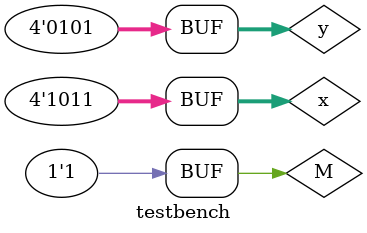
<source format=v>
module DECODER(d0,d1,d2,d3,d4,d5,d6,d7,x,y,z);
	input x,y,z;
	output d0,d1,d2,d3,d4,d5,d6,d7;
	wire x0,y0,z0;
	not n1(x0,x);
	not n2(y0,y);
	not n3(z0,z);
	and a0(d0,x0,y0,z0);
	and a1(d1,x0,y0,z);
	and a2(d2,x0,y,z0);
	and a3(d3,x0,y,z);
	and a4(d4,x,y0,z0);
	and a5(d5,x,y0,z);
	and a6(d6,x,y,z0);
	and a7(d7,x,y,z);
endmodule

module FADDER(s,c,x,y,z);
	input x,y,z;
	wire d0,d1,d2,d3,d4,d5,d6,d7;
	output s,c;
	DECODER dec(d0,d1,d2,d3,d4,d5,d6,d7,x,y,z);
	assign s = d1 | d2 | d4 | d7,
	 c = d3 | d5 | d6 | d7;
endmodule

module ADDSUB(s,c,x,y,M,V);
	input [3:0] x,y;
	input M;
	output [3:0] s,c;
	output V;
	wire[3:0] xor_y;
	assign xor_y=y^{4{M}};

	FADDER f0(s[0],c[0],x[0],xor_y[0],M);
	FADDER f1(s[1],c[1],x[1],xor_y[1],c[0]);
	FADDER f2(s[2],c[2],x[2],xor_y[2],c[1]);
	FADDER f3(s[3],c[3],x[3],xor_y[3],c[2]);
	
	assign V=c[3]^c[2];
	
endmodule

module testbench();
	reg[3:0] x,y;
	reg M;
	wire[3:0] s,c;
	wire V;
	ADDSUB addsub(s,c,x,y,M,V);
	initial $monitor(,$time,"x=%b,y=%b,M=%b,s=%b,c=%b,V=%b",x,y,M,s,c,V);
	initial begin
		#0 x=4'h0;y=4'h0;M=1'b0;
		#4 x=4'h1;y=4'hA;M=1'b0;
		#4 x=4'h9;y=4'h3;M=1'b0;
		#4 x=4'h1;y=4'hA;M=1'b1;
		#4 x=4'hB;y=4'h5;M=1'b1;
	end
endmodule
</source>
